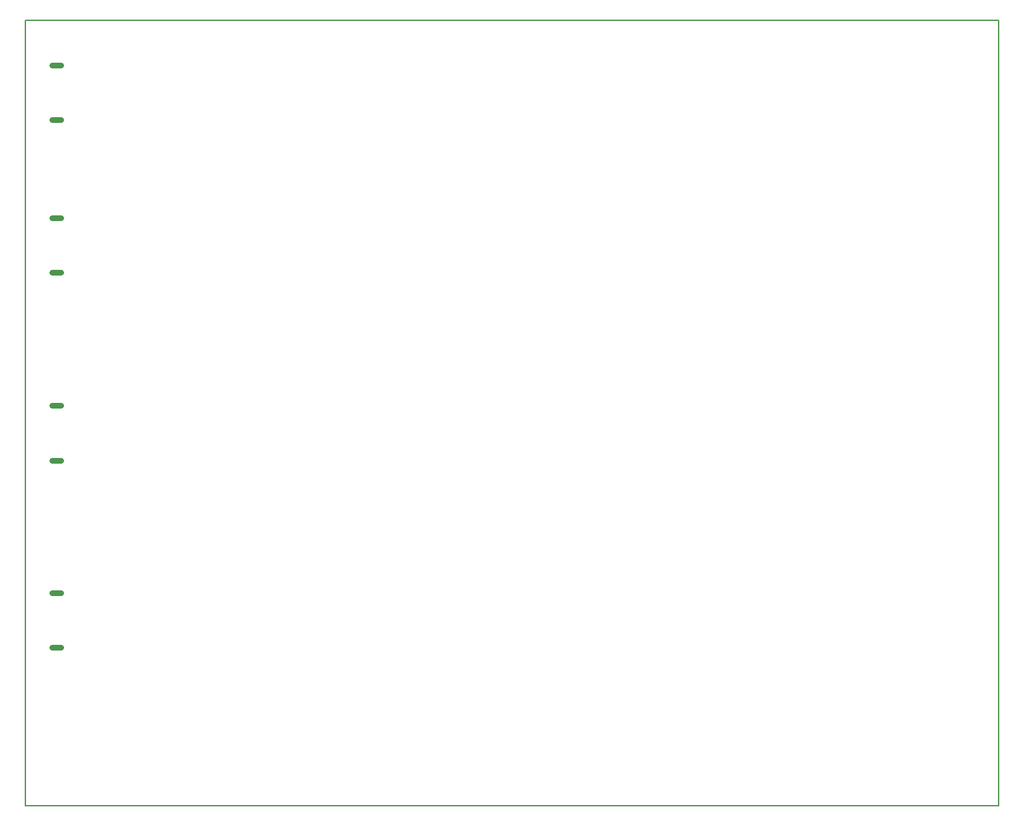
<source format=gbr>
%TF.GenerationSoftware,KiCad,Pcbnew,8.0.8*%
%TF.CreationDate,2025-04-05T02:10:51+02:00*%
%TF.ProjectId,mb02a1,6d623032-6131-42e6-9b69-6361645f7063,rev?*%
%TF.SameCoordinates,Original*%
%TF.FileFunction,Profile,NP*%
%FSLAX46Y46*%
G04 Gerber Fmt 4.6, Leading zero omitted, Abs format (unit mm)*
G04 Created by KiCad (PCBNEW 8.0.8) date 2025-04-05 02:10:51*
%MOMM*%
%LPD*%
G01*
G04 APERTURE LIST*
%TA.AperFunction,Profile*%
%ADD10C,0.200000*%
%TD*%
%TA.AperFunction,Profile*%
%ADD11C,0.762000*%
%TD*%
G04 APERTURE END LIST*
D10*
X78100000Y-47370000D02*
X208100000Y-47370000D01*
X208100000Y-152370000D01*
X78100000Y-152370000D01*
X78100000Y-47370000D01*
D11*
%TO.C,J4*%
X81694000Y-123923100D02*
X82887800Y-123923100D01*
X81694000Y-131223100D02*
X82887800Y-131223100D01*
%TO.C,J1*%
X81694000Y-53423100D02*
X82887800Y-53423100D01*
X81694000Y-60723100D02*
X82887800Y-60723100D01*
%TO.C,J2*%
X81694000Y-73820000D02*
X82887800Y-73820000D01*
X81694000Y-81120000D02*
X82887800Y-81120000D01*
%TO.C,J3*%
X81694000Y-98923100D02*
X82887800Y-98923100D01*
X81694000Y-106223100D02*
X82887800Y-106223100D01*
%TD*%
M02*

</source>
